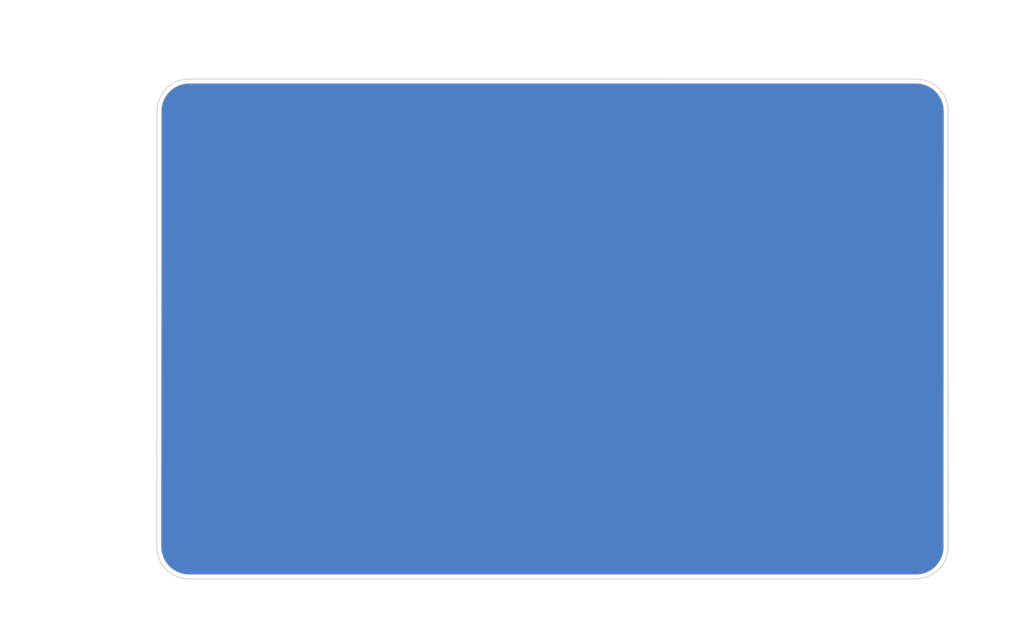
<source format=kicad_pcb>
(kicad_pcb (version 20240108) (generator "pcbnew") (generator_version "8.0")
  (layers (0 "F.Cu" signal) (31 "B.Cu" signal) (34 "B.Paste" user) (35 "F.Paste" user) (36 "B.SilkS" user "B.Silkscreen") (37 "F.SilkS" user "F.Silkscreen") (38 "B.Mask" user) (39 "F.Mask" user) (44 "Edge.Cuts" user))
  (net 0 "")
  (gr_line (start 193.109981 95.063967) (end 193.163427 94.716569) (stroke (width 0.1)) (layer "Edge.Cuts"))
  (gr_line (start 106.745495 45.951407) (end 106.692269 46.298672) (stroke (width 0.1)) (layer "Edge.Cuts"))
  (gr_line (start 107.272595 44.70031) (end 107.096896 44.989179) (stroke (width 0.1)) (layer "Edge.Cuts"))
  (gr_line (start 191.653716 43.754632) (end 191.36532 43.578933) (stroke (width 0.1)) (layer "Edge.Cuts"))
  (gr_line (start 109.452436 97.788113) (end 109.799701 97.841559) (stroke (width 0.1)) (layer "Edge.Cuts"))
  (gr_line (start 107.255662 96.314915) (end 107.4572 96.58479) (stroke (width 0.1)) (layer "Edge.Cuts"))
  (gr_line (start 192.758085 96.02652) (end 192.905987 95.720662) (stroke (width 0.1)) (layer "Edge.Cuts"))
  (gr_line (start 106.932685 95.720662) (end 107.079963 96.02652) (stroke (width 0.1)) (layer "Edge.Cuts"))
  (gr_line (start 107.932105 97.059187) (end 108.20134 97.260535) (stroke (width 0.1)) (layer "Edge.Cuts"))
  (gr_line (start 110.157285 97.859551) (end 189.68125 97.859551) (stroke (width 0.1)) (layer "Edge.Cuts"))
  (gr_line (start 110.174218 43.156219) (end 110.174218 43.156219) (stroke (width 0.1)) (layer "Edge.Cuts"))
  (gr_line (start 109.816634 43.174306) (end 109.469369 43.227533) (stroke (width 0.1)) (layer "Edge.Cuts"))
  (gr_line (start 192.172034 44.182513) (end 191.92359 43.95617) (stroke (width 0.1)) (layer "Edge.Cuts"))
  (gr_line (start 108.490209 97.436218) (end 108.796133 97.58412) (stroke (width 0.1)) (layer "Edge.Cuts"))
  (gr_line (start 190.05537 43.174306) (end 189.698183 43.156219) (stroke (width 0.1)) (layer "Edge.Cuts"))
  (gr_line (start 190.737994 43.313832) (end 190.402767 43.227533) (stroke (width 0.1)) (layer "Edge.Cuts"))
  (gr_line (start 108.813066 43.431656) (end 108.507142 43.578933) (stroke (width 0.1)) (layer "Edge.Cuts"))
  (gr_line (start 191.636783 97.260535) (end 191.906657 97.059187) (stroke (width 0.1)) (layer "Edge.Cuts"))
  (gr_line (start 192.775018 44.989179) (end 192.599864 44.70031) (stroke (width 0.1)) (layer "Edge.Cuts"))
  (gr_line (start 106.814862 95.399194) (end 106.932685 95.720662) (stroke (width 0.1)) (layer "Edge.Cuts"))
  (gr_line (start 191.92359 43.95617) (end 191.653716 43.754632) (stroke (width 0.1)) (layer "Edge.Cuts"))
  (gr_line (start 193.163427 94.716569) (end 193.181418 94.359382) (stroke (width 0.1)) (layer "Edge.Cuts"))
  (gr_line (start 107.700476 44.182513) (end 107.474133 44.431076) (stroke (width 0.1)) (layer "Edge.Cuts"))
  (gr_line (start 106.674182 46.656256) (end 106.643618 94.359382) (stroke (width 0.1)) (layer "Edge.Cuts"))
  (gr_line (start 193.18036 46.298672) (end 193.126914 45.951407) (stroke (width 0.1)) (layer "Edge.Cuts"))
  (gr_line (start 190.721061 97.701859) (end 191.042529 97.58412) (stroke (width 0.1)) (layer "Edge.Cuts"))
  (gr_line (start 192.905987 95.720662) (end 193.023727 95.399194) (stroke (width 0.1)) (layer "Edge.Cuts"))
  (gr_line (start 190.402767 43.227533) (end 190.05537 43.174306) (stroke (width 0.1)) (layer "Edge.Cuts"))
  (gr_line (start 192.381055 96.58479) (end 192.582931 96.314915) (stroke (width 0.1)) (layer "Edge.Cuts"))
  (gr_line (start 109.134494 43.313832) (end 108.813066 43.431656) (stroke (width 0.1)) (layer "Edge.Cuts"))
  (gr_line (start 107.4572 96.58479) (end 107.683543 96.833233) (stroke (width 0.1)) (layer "Edge.Cuts"))
  (gr_line (start 191.36532 43.578933) (end 191.059462 43.431656) (stroke (width 0.1)) (layer "Edge.Cuts"))
  (gr_line (start 109.799701 97.841559) (end 110.157285 97.859551) (stroke (width 0.1)) (layer "Edge.Cuts"))
  (gr_line (start 191.348387 97.436218) (end 191.636783 97.260535) (stroke (width 0.1)) (layer "Edge.Cuts"))
  (gr_line (start 109.117561 97.701859) (end 109.452436 97.788113) (stroke (width 0.1)) (layer "Edge.Cuts"))
  (gr_line (start 189.698183 43.156219) (end 110.174218 43.152982) (stroke (width 0.1)) (layer "Edge.Cuts"))
  (gr_line (start 190.038437 97.841559) (end 190.385834 97.788113) (stroke (width 0.1)) (layer "Edge.Cuts"))
  (gr_line (start 193.198351 46.656256) (end 193.18036 46.298672) (stroke (width 0.1)) (layer "Edge.Cuts"))
  (gr_line (start 192.599864 44.70031) (end 192.397988 44.431076) (stroke (width 0.1)) (layer "Edge.Cuts"))
  (gr_line (start 106.949618 45.295103) (end 106.831795 45.616532) (stroke (width 0.1)) (layer "Edge.Cuts"))
  (gr_line (start 191.059462 43.431656) (end 190.737994 43.313832) (stroke (width 0.1)) (layer "Edge.Cuts"))
  (gr_line (start 107.683543 96.833233) (end 107.932105 97.059187) (stroke (width 0.1)) (layer "Edge.Cuts"))
  (gr_line (start 109.469369 43.227533) (end 109.134494 43.313832) (stroke (width 0.1)) (layer "Edge.Cuts"))
  (gr_line (start 107.474133 44.431076) (end 107.272595 44.70031) (stroke (width 0.1)) (layer "Edge.Cuts"))
  (gr_line (start 110.174218 43.152982) (end 109.816634 43.174306) (stroke (width 0.1)) (layer "Edge.Cuts"))
  (gr_line (start 106.831795 45.616532) (end 106.745495 45.951407) (stroke (width 0.1)) (layer "Edge.Cuts"))
  (gr_line (start 193.181418 94.359382) (end 193.198351 46.656256) (stroke (width 0.1)) (layer "Edge.Cuts"))
  (gr_line (start 107.079963 96.02652) (end 107.255662 96.314915) (stroke (width 0.1)) (layer "Edge.Cuts"))
  (gr_line (start 192.155101 96.833233) (end 192.381055 96.58479) (stroke (width 0.1)) (layer "Edge.Cuts"))
  (gr_line (start 106.643618 94.359382) (end 106.675336 94.716569) (stroke (width 0.1)) (layer "Edge.Cuts"))
  (gr_line (start 106.728562 95.063967) (end 106.814862 95.399194) (stroke (width 0.1)) (layer "Edge.Cuts"))
  (gr_line (start 107.096896 44.989179) (end 106.949618 45.295103) (stroke (width 0.1)) (layer "Edge.Cuts"))
  (gr_line (start 192.92292 45.295103) (end 192.775018 44.989179) (stroke (width 0.1)) (layer "Edge.Cuts"))
  (gr_line (start 106.675336 94.716569) (end 106.728562 95.063967) (stroke (width 0.1)) (layer "Edge.Cuts"))
  (gr_line (start 108.796133 97.58412) (end 109.117561 97.701859) (stroke (width 0.1)) (layer "Edge.Cuts"))
  (gr_line (start 192.582931 96.314915) (end 192.758085 96.02652) (stroke (width 0.1)) (layer "Edge.Cuts"))
  (gr_line (start 106.692269 46.298672) (end 106.674182 46.656256) (stroke (width 0.1)) (layer "Edge.Cuts"))
  (gr_line (start 193.126914 45.951407) (end 193.04066 45.616532) (stroke (width 0.1)) (layer "Edge.Cuts"))
  (gr_line (start 192.397988 44.431076) (end 192.172034 44.182513) (stroke (width 0.1)) (layer "Edge.Cuts"))
  (gr_line (start 108.20134 97.260535) (end 108.490209 97.436218) (stroke (width 0.1)) (layer "Edge.Cuts"))
  (gr_line (start 108.507142 43.578933) (end 108.218273 43.754632) (stroke (width 0.1)) (layer "Edge.Cuts"))
  (gr_line (start 108.218273 43.754632) (end 107.949038 43.95617) (stroke (width 0.1)) (layer "Edge.Cuts"))
  (gr_line (start 193.023727 95.399194) (end 193.109981 95.063967) (stroke (width 0.1)) (layer "Edge.Cuts"))
  (gr_line (start 193.04066 45.616532) (end 192.92292 45.295103) (stroke (width 0.1)) (layer "Edge.Cuts"))
  (gr_line (start 191.906657 97.059187) (end 192.155101 96.833233) (stroke (width 0.1)) (layer "Edge.Cuts"))
  (gr_line (start 191.042529 97.58412) (end 191.348387 97.436218) (stroke (width 0.1)) (layer "Edge.Cuts"))
  (gr_line (start 190.385834 97.788113) (end 190.721061 97.701859) (stroke (width 0.1)) (layer "Edge.Cuts"))
  (gr_line (start 107.949038 43.95617) (end 107.700476 44.182513) (stroke (width 0.1)) (layer "Edge.Cuts"))
  (gr_line (start 189.68125 97.859551) (end 190.038437 97.841559) (stroke (width 0.1)) (layer "Edge.Cuts"))
  (zone (net 0) (net_name "") (layer "F.Cu") (connect_pads yes (clearance 0.5)) (min_thickness 0.25) (fill yes (thermal_gap 0.5) (thermal_bridge_width 0.5) (island_removal_mode 1) (island_area_min 10))
    (polygon (pts (xy 196.5 40.5) (xy 198.5 97.5) (xy 192 102.5) (xy 97.5 102) (xy 94.5 37.5)))
  )
  (zone (net 0) (net_name "") (layer "B.Cu") (priority 1) (connect_pads yes (clearance 0.5)) (min_thickness 0.25) (fill yes (thermal_gap 0.5) (thermal_bridge_width 0.5) (island_removal_mode 1) (island_area_min 10))
    (polygon (pts (xy 198.5 40) (xy 201.5 104) (xy 90 104) (xy 89.5 34.5)))
  )
)
</source>
